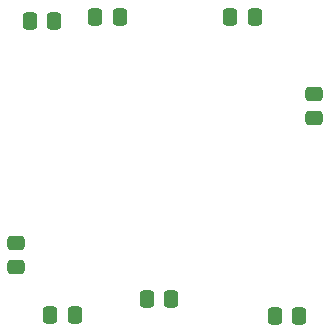
<source format=gbr>
G04 #@! TF.GenerationSoftware,KiCad,Pcbnew,6.0.9+dfsg-1*
G04 #@! TF.CreationDate,2022-12-29T14:55:31+02:00*
G04 #@! TF.ProjectId,ATF1502AS-EVB,41544631-3530-4324-9153-2d4556422e6b,rev?*
G04 #@! TF.SameCoordinates,PX2c9ce60PY9405110*
G04 #@! TF.FileFunction,Paste,Bot*
G04 #@! TF.FilePolarity,Positive*
%FSLAX46Y46*%
G04 Gerber Fmt 4.6, Leading zero omitted, Abs format (unit mm)*
G04 Created by KiCad (PCBNEW 6.0.9+dfsg-1) date 2022-12-29 14:55:31*
%MOMM*%
%LPD*%
G01*
G04 APERTURE LIST*
G04 Aperture macros list*
%AMRoundRect*
0 Rectangle with rounded corners*
0 $1 Rounding radius*
0 $2 $3 $4 $5 $6 $7 $8 $9 X,Y pos of 4 corners*
0 Add a 4 corners polygon primitive as box body*
4,1,4,$2,$3,$4,$5,$6,$7,$8,$9,$2,$3,0*
0 Add four circle primitives for the rounded corners*
1,1,$1+$1,$2,$3*
1,1,$1+$1,$4,$5*
1,1,$1+$1,$6,$7*
1,1,$1+$1,$8,$9*
0 Add four rect primitives between the rounded corners*
20,1,$1+$1,$2,$3,$4,$5,0*
20,1,$1+$1,$4,$5,$6,$7,0*
20,1,$1+$1,$6,$7,$8,$9,0*
20,1,$1+$1,$8,$9,$2,$3,0*%
G04 Aperture macros list end*
%ADD10RoundRect,0.250000X-0.475000X0.337500X-0.475000X-0.337500X0.475000X-0.337500X0.475000X0.337500X0*%
%ADD11RoundRect,0.250000X0.337500X0.475000X-0.337500X0.475000X-0.337500X-0.475000X0.337500X-0.475000X0*%
%ADD12RoundRect,0.250000X0.475000X-0.337500X0.475000X0.337500X-0.475000X0.337500X-0.475000X-0.337500X0*%
%ADD13RoundRect,0.250000X-0.337500X-0.475000X0.337500X-0.475000X0.337500X0.475000X-0.337500X0.475000X0*%
G04 APERTURE END LIST*
D10*
X40650000Y48667500D03*
X40650000Y46592500D03*
D11*
X45597500Y42530000D03*
X43522500Y42530000D03*
X53767500Y43930000D03*
X51692500Y43930000D03*
X60847500Y67800000D03*
X58772500Y67800000D03*
X64587500Y42500000D03*
X62512500Y42500000D03*
D12*
X65810000Y59202500D03*
X65810000Y61277500D03*
D11*
X49387500Y67810000D03*
X47312500Y67810000D03*
D13*
X41782500Y67440000D03*
X43857500Y67440000D03*
M02*

</source>
